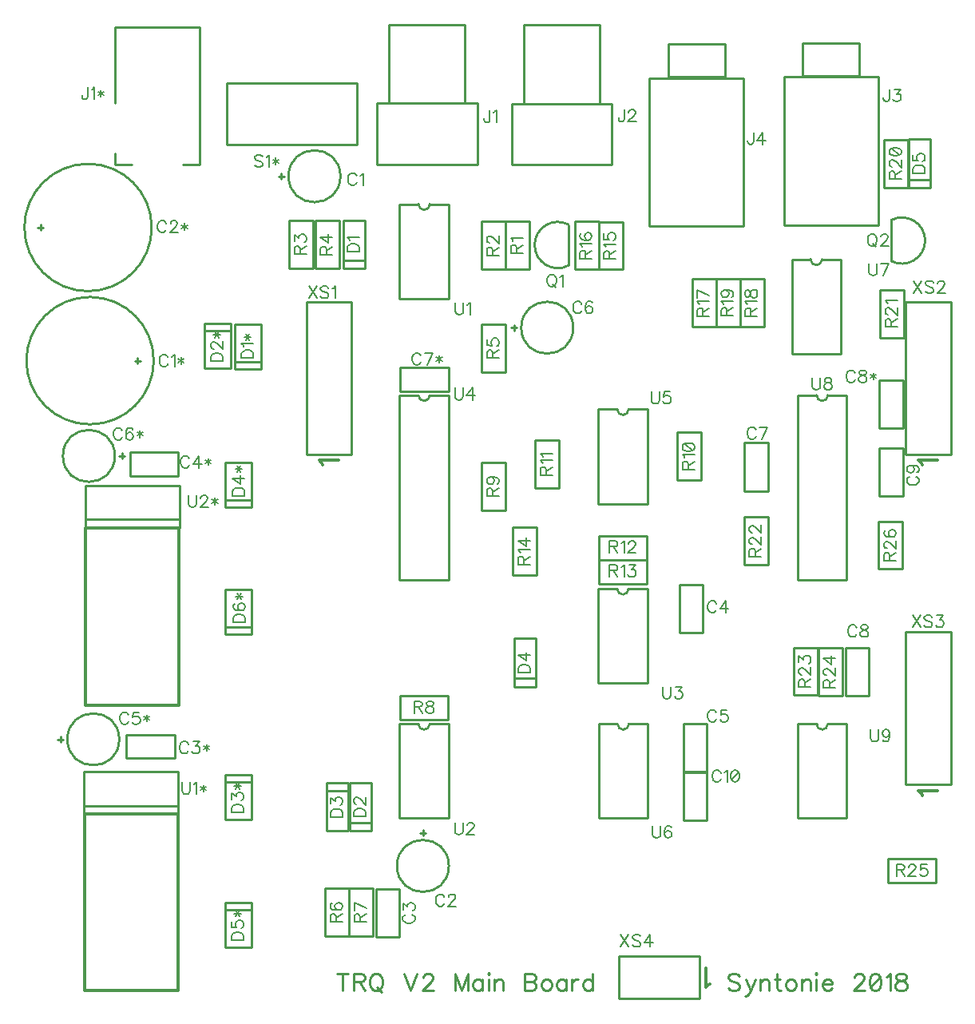
<source format=gbr>
G04 DipTrace 3.3.1.1*
G04 TopSilk.gbr*
%MOIN*%
G04 #@! TF.FileFunction,Legend,Top*
G04 #@! TF.Part,Single*
%ADD10C,0.009843*%
%ADD16C,0.01311*%
%ADD104C,0.00772*%
%ADD105C,0.010807*%
%ADD106C,0.012351*%
%FSLAX26Y26*%
G04*
G70*
G90*
G75*
G01*
G04 TopSilk*
%LPD*%
X1503551Y3893316D2*
D10*
G02X1503551Y3893316I108268J0D01*
G01*
X1474025Y3881515D2*
Y3905117D1*
X1462214Y3893316D2*
X1485835D1*
X1956273Y1015128D2*
G02X1956273Y1015128I108268J0D01*
G01*
X2052740Y1152923D2*
X2076342D1*
X2064541Y1164734D2*
Y1141112D1*
X1966552Y917932D2*
Y717144D1*
X1868127Y917932D2*
Y717144D1*
Y917932D2*
X1966552D1*
X1868127Y717144D2*
X1966552D1*
X3134319Y1989437D2*
Y2190224D1*
X3232744Y1989437D2*
Y2190224D1*
Y1989437D2*
X3134319D1*
X3232744Y2190224D2*
X3134319D1*
X3150795Y1407887D2*
Y1608675D1*
X3249220Y1407887D2*
Y1608675D1*
Y1407887D2*
X3150795D1*
X3249220Y1608675D2*
X3150795D1*
X2474938Y3261294D2*
G02X2474938Y3261294I108268J0D01*
G01*
X2445412Y3249493D2*
Y3273095D1*
X2433601Y3261294D2*
X2457222D1*
X3406248Y2580129D2*
Y2780916D1*
X3504673Y2580129D2*
Y2780916D1*
Y2580129D2*
X3406248D1*
X3504673Y2780916D2*
X3406248D1*
X3828269Y1724979D2*
Y1925766D1*
X3926694Y1724979D2*
Y1925766D1*
Y1724979D2*
X3828269D1*
X3926694Y1925766D2*
X3828269D1*
X4067549Y2759545D2*
Y2558757D1*
X3969123Y2759545D2*
Y2558757D1*
Y2759545D2*
X4067549D1*
X3969123Y2558757D2*
X4067549D1*
X3249272Y1405655D2*
Y1204867D1*
X3150846Y1405655D2*
Y1204867D1*
Y1405655D2*
X3249272D1*
X3150846Y1204867D2*
X3249272D1*
X409245Y3123613D2*
G02X409245Y3123613I265748J0D01*
G01*
X873401Y3135412D2*
Y3111814D1*
X885200Y3123613D2*
X861602D1*
X1970352Y3094000D2*
X2171139D1*
X1970352Y2995575D2*
X2171139D1*
X1970352D2*
Y3094000D1*
X2171139Y2995575D2*
Y3094000D1*
X400911Y3679467D2*
G02X400911Y3679467I265748J0D01*
G01*
X468251Y3667668D2*
Y3691266D1*
X456452Y3679467D2*
X480051D1*
X826930Y1562906D2*
X1027718D1*
X826930Y1464480D2*
X1027718D1*
X826930D2*
Y1562906D1*
X1027718Y1464480D2*
Y1562906D1*
X840749Y2741480D2*
X1041537D1*
X840749Y2643055D2*
X1041537D1*
X840749D2*
Y2741480D1*
X1041537Y2643055D2*
Y2741480D1*
X580400Y1543542D2*
G02X580400Y1543542I108268J0D01*
G01*
X550874Y1531741D2*
Y1555343D1*
X539063Y1543542D2*
X562684D1*
X561681Y2726274D2*
G02X561681Y2726274I108268J0D01*
G01*
X807744Y2738075D2*
Y2714473D1*
X819555Y2726274D2*
X795934D1*
X4068450Y3041520D2*
Y2840732D1*
X3970025Y3041520D2*
Y2840732D1*
Y3041520D2*
X4068450D1*
X3970025Y2840732D2*
X4068450D1*
X1821450Y3507598D2*
X1730899D1*
Y3708543D1*
X1821450Y3540983D2*
X1730899D1*
X1821450Y3708543D2*
X1730899D1*
X1821450Y3507598D2*
Y3708543D1*
X1848613Y1162030D2*
X1758062D1*
Y1362975D1*
X1848613Y1195414D2*
X1758062D1*
X1848613Y1362975D2*
X1758062D1*
X1848613Y1162030D2*
Y1362975D1*
X1661711Y1361888D2*
X1752262D1*
Y1160944D1*
X1661711Y1328504D2*
X1752262D1*
X1661711Y1160944D2*
X1752262D1*
X1661711Y1361888D2*
Y1160944D1*
X2535408Y1763744D2*
X2444857D1*
Y1964689D1*
X2535408Y1797128D2*
X2444857D1*
X2535408Y1964689D2*
X2444857D1*
X2535408Y1763744D2*
Y1964689D1*
X4183129Y3846836D2*
X4092577D1*
Y4047781D1*
X4183129Y3880220D2*
X4092577D1*
X4183129Y4047781D2*
X4092577D1*
X4183129Y3846836D2*
Y4047781D1*
X1390379Y3089435D2*
X1280143D1*
Y3091459D2*
Y3276620D1*
X1390379Y3119283D2*
X1280143D1*
X1390379Y3276620D2*
X1280143D1*
X1390379Y3091459D2*
Y3276620D1*
X1152133Y3277623D2*
X1262369D1*
Y3275599D2*
Y3090438D1*
X1152133Y3247774D2*
X1262369D1*
X1152133Y3090438D2*
X1262369D1*
X1152133Y3275599D2*
Y3090438D1*
X1238659Y1394604D2*
X1348895D1*
Y1392581D2*
Y1207419D1*
X1238659Y1364756D2*
X1348895D1*
X1238659Y1207419D2*
X1348895D1*
X1238659Y1392581D2*
Y1207419D1*
X1348895Y2513012D2*
X1238659D1*
Y2515036D2*
Y2700198D1*
X1348895Y2542861D2*
X1238659D1*
X1348895Y2700198D2*
X1238659D1*
X1348895Y2515036D2*
Y2700198D1*
X1238659Y861455D2*
X1348895D1*
Y859390D2*
Y674267D1*
X1238659Y831589D2*
X1348895D1*
X1238659Y674267D2*
X1348895D1*
X1238659Y859390D2*
Y674267D1*
X1348895Y1981712D2*
X1238659D1*
Y1983777D2*
Y2168900D1*
X1348895Y2011577D2*
X1238659D1*
X1348895Y2168900D2*
X1238659D1*
X1348895Y1983777D2*
Y2168900D1*
X1873785Y4197181D2*
X2291145D1*
Y3941296D1*
X1873785D1*
Y4197181D1*
X1923793Y4524286D2*
X2238740D1*
Y4197491D1*
X1923793D1*
Y4524286D1*
X2436072Y4196727D2*
X2853432D1*
Y3940842D1*
X2436072D1*
Y4196727D1*
X2486080Y4523832D2*
X2801027D1*
Y4197037D1*
X2486080D1*
Y4523832D1*
X3571266Y4307502D2*
X3964944D1*
Y3689339D1*
X3571266D1*
Y4307502D1*
X3650062Y4449943D2*
X3886299D1*
Y4312161D1*
X3650062D1*
Y4449943D1*
X3009094Y4303163D2*
X3402772D1*
Y3684999D1*
X3009094D1*
Y4303163D1*
X3087890Y4445603D2*
X3324127D1*
Y4307821D1*
X3087890D1*
Y4445603D1*
X850549Y3943596D2*
X779685D1*
X1134001Y4514423D2*
Y3943532D1*
X1063138D1*
X779685D2*
Y3988815D1*
Y4197502D2*
Y4514423D1*
X1134001D1*
X2672581Y3691509D2*
G03X2672581Y3521149I-45279J-85180D01*
G01*
Y3523715D2*
Y3688943D1*
X4018980Y3539703D2*
G03X4018980Y3710063I45279J85180D01*
G01*
Y3707497D2*
Y3542269D1*
X2408951Y3504165D2*
Y3703821D1*
X2508951D2*
X2408951D1*
X2508951Y3504165D2*
Y3703821D1*
Y3504165D2*
X2408951D1*
X2409226Y3704468D2*
Y3504812D1*
X2309226D2*
X2409226D1*
X2309226Y3704468D2*
Y3504812D1*
Y3704468D2*
X2409226D1*
X1506089Y3509877D2*
Y3709533D1*
X1606089D2*
X1506089D1*
X1606089Y3509877D2*
Y3709533D1*
Y3509877D2*
X1506089D1*
X1615071Y3508924D2*
Y3708580D1*
X1715071D2*
X1615071D1*
X1715071Y3508924D2*
Y3708580D1*
Y3508924D2*
X1615071D1*
X2310329Y3076515D2*
Y3276171D1*
X2410329D2*
X2310329D1*
X2410329Y3076515D2*
Y3276171D1*
Y3076515D2*
X2310329D1*
X1755877Y921499D2*
Y721843D1*
X1655877D2*
X1755877D1*
X1655877Y921499D2*
Y721843D1*
Y921499D2*
X1755877D1*
X1856163Y921744D2*
Y722088D1*
X1756163D2*
X1856163D1*
X1756163Y921744D2*
Y722088D1*
Y921744D2*
X1856163D1*
X1968903Y1724420D2*
X2168559D1*
Y1624420D2*
Y1724420D1*
X1968903Y1624420D2*
X2168559D1*
X1968903D2*
Y1724420D1*
X2309719Y2499003D2*
Y2698659D1*
X2409719D2*
X2309719D1*
X2409719Y2499003D2*
Y2698659D1*
Y2499003D2*
X2309719D1*
X3125776Y2625238D2*
Y2824894D1*
X3225776D2*
X3125776D1*
X3225776Y2625238D2*
Y2824894D1*
Y2625238D2*
X3125776D1*
X2532984Y2591001D2*
Y2790657D1*
X2632984D2*
X2532984D1*
X2632984Y2591001D2*
Y2790657D1*
Y2591001D2*
X2532984D1*
X2998598Y2293336D2*
X2798942D1*
Y2393336D2*
Y2293336D1*
X2998598Y2393336D2*
X2798942D1*
X2998598D2*
Y2293336D1*
X2798959Y2293088D2*
X2998615D1*
Y2193088D2*
Y2293088D1*
X2798959Y2193088D2*
X2998615D1*
X2798959D2*
Y2293088D1*
X2439392Y2229524D2*
Y2429180D1*
X2539392D2*
X2439392D1*
X2539392Y2229524D2*
Y2429180D1*
Y2229524D2*
X2439392D1*
X2897461Y3703614D2*
Y3503958D1*
X2797461D2*
X2897461D1*
X2797461Y3703614D2*
Y3503958D1*
Y3703614D2*
X2897461D1*
X2697556Y3504129D2*
Y3703785D1*
X2797556D2*
X2697556D1*
X2797556Y3504129D2*
Y3703785D1*
Y3504129D2*
X2697556D1*
X3287896Y3464589D2*
Y3264933D1*
X3187896D2*
X3287896D1*
X3187896Y3464589D2*
Y3264933D1*
Y3464589D2*
X3287896D1*
X3487804Y3464537D2*
Y3264881D1*
X3387804D2*
X3487804D1*
X3387804Y3464537D2*
Y3264881D1*
Y3464537D2*
X3487804D1*
X3388028Y3464413D2*
Y3264757D1*
X3288028D2*
X3388028D1*
X3288028Y3464413D2*
Y3264757D1*
Y3464413D2*
X3388028D1*
X3989471Y3847025D2*
Y4046681D1*
X4089471D2*
X3989471D1*
X4089471Y3847025D2*
Y4046681D1*
Y3847025D2*
X3989471D1*
X3972749Y3219110D2*
Y3418766D1*
X4072749D2*
X3972749D1*
X4072749Y3219110D2*
Y3418766D1*
Y3219110D2*
X3972749D1*
X3505169Y2471571D2*
Y2271915D1*
X3405169D2*
X3505169D1*
X3405169Y2471571D2*
Y2271915D1*
Y2471571D2*
X3505169D1*
X3711835Y1927067D2*
Y1727411D1*
X3611835D2*
X3711835D1*
X3611835Y1927067D2*
Y1727411D1*
Y1927067D2*
X3711835D1*
X3814990Y1925907D2*
Y1726251D1*
X3714990D2*
X3814990D1*
X3714990Y1925907D2*
Y1726251D1*
Y1925907D2*
X3814990D1*
X4006736Y1043770D2*
X4206392D1*
Y943770D2*
Y1043770D1*
X4006736Y943770D2*
X4206392D1*
X4006736D2*
Y1043770D1*
X4067151Y2453726D2*
Y2254070D1*
X3967151D2*
X4067151D1*
X3967151Y2453726D2*
Y2254070D1*
Y2453726D2*
X4067151D1*
X1789866Y4280496D2*
X1246557D1*
Y4024591D1*
X1789866D1*
Y4280496D1*
X2171931Y3776904D2*
Y3383203D1*
X1967203D2*
X2171931D1*
X1967203Y3776904D2*
Y3383203D1*
Y3776904D2*
X2045925D1*
X2171931D2*
X2093209D1*
X2045925D2*
G03X2093209Y3776904I23642J20D01*
G01*
X2171612Y1607787D2*
Y1214087D1*
X1966884D2*
X2171612D1*
X1966884Y1607787D2*
Y1214087D1*
Y1607787D2*
X2045606D1*
X2171612D2*
X2092890D1*
X2045606D2*
G03X2092890Y1607787I23642J20D01*
G01*
X3001512Y2171790D2*
Y1778089D1*
X2796784D2*
X3001512D1*
X2796784Y2171790D2*
Y1778089D1*
Y2171790D2*
X2875506D1*
X3001512D2*
X2922790D1*
X2875506D2*
G03X2922790Y2171790I23642J20D01*
G01*
X2171590Y2979424D2*
Y2207770D1*
X1966862D2*
X2171590D1*
X1966862Y2979424D2*
Y2207770D1*
Y2979424D2*
X2045584D1*
X2171590D2*
X2092868D1*
X2045584D2*
G03X2092868Y2979424I23642J30D01*
G01*
X3001772Y2920751D2*
Y2527050D1*
X2797044D2*
X3001772D1*
X2797044Y2920751D2*
Y2527050D1*
Y2920751D2*
X2875766D1*
X3001772D2*
X2923050D1*
X2875766D2*
G03X2923050Y2920751I23642J20D01*
G01*
X3002784Y1607895D2*
Y1214194D1*
X2798056D2*
X3002784D1*
X2798056Y1607895D2*
Y1214194D1*
Y1607895D2*
X2876778D1*
X3002784D2*
X2924062D1*
X2876778D2*
G03X2924062Y1607895I23642J20D01*
G01*
X3809172Y3546323D2*
Y3152622D1*
X3604444D2*
X3809172D1*
X3604444Y3546323D2*
Y3152622D1*
Y3546323D2*
X3683166D1*
X3809172D2*
X3730451D1*
X3683166D2*
G03X3730451Y3546323I23642J20D01*
G01*
X3833439Y2979493D2*
Y2207840D1*
X3628711D2*
X3833439D1*
X3628711Y2979493D2*
Y2207840D1*
Y2979493D2*
X3707433D1*
X3833439D2*
X3754717D1*
X3707433D2*
G03X3754717Y2979493I23642J30D01*
G01*
X3833439Y1607869D2*
Y1214168D1*
X3628711D2*
X3833439D1*
X3628711Y1607869D2*
Y1214168D1*
Y1607869D2*
X3707433D1*
X3833439D2*
X3754717D1*
X3707433D2*
G03X3754717Y1607869I23642J20D01*
G01*
X1043278Y1230777D2*
X649577D1*
Y1407942D1*
X1043278D1*
Y1230777D1*
Y1266210D2*
X649577D1*
X1048996Y2425598D2*
X655295D1*
Y2602764D1*
X1048996D1*
Y2425598D1*
Y2461031D2*
X655295D1*
X1579439Y2732419D2*
X1766939D1*
Y3369938D1*
X1579439D1*
Y2732419D1*
X4080557D2*
X4268057D1*
Y3369938D1*
X4080557D1*
Y2732419D1*
X4080582Y1354159D2*
X4268082D1*
Y1991678D1*
X4080582D1*
Y1354159D1*
X3219663Y462180D2*
X2882150D1*
Y637180D1*
X3219663D1*
Y462180D1*
X651012Y1232710D2*
D16*
X1041694D1*
Y494534D1*
X651012D1*
Y1232710D1*
X656588Y2423891D2*
X1047270D1*
Y1685715D1*
X656588D1*
Y2423891D1*
X1787505Y3894249D2*
D104*
X1785128Y3899002D1*
X1780320Y3903810D1*
X1775566Y3906187D1*
X1766005D1*
X1761196Y3903810D1*
X1756443Y3899002D1*
X1754011Y3894249D1*
X1751635Y3887064D1*
Y3875070D1*
X1754011Y3867940D1*
X1756443Y3863132D1*
X1761196Y3858379D1*
X1766005Y3855947D1*
X1775566D1*
X1780320Y3858379D1*
X1785128Y3863132D1*
X1787505Y3867940D1*
X1802944Y3896570D2*
X1807752Y3899002D1*
X1814937Y3906132D1*
Y3855947D1*
X2153761Y885097D2*
X2151385Y889850D1*
X2146576Y894659D1*
X2141823Y897035D1*
X2132261D1*
X2127453Y894659D1*
X2122700Y889850D1*
X2120268Y885097D1*
X2117891Y877912D1*
Y865919D1*
X2120268Y858789D1*
X2122700Y853980D1*
X2127453Y849227D1*
X2132261Y846795D1*
X2141823D1*
X2146576Y849227D1*
X2151385Y853980D1*
X2153761Y858789D1*
X2171632Y885042D2*
Y887419D1*
X2174009Y892227D1*
X2176386Y894604D1*
X2181194Y896980D1*
X2190756D1*
X2195509Y894604D1*
X2197885Y892227D1*
X2200317Y887419D1*
Y882665D1*
X2197885Y877857D1*
X2193132Y870727D1*
X2169201Y846795D1*
X2202694D1*
X1992643Y812630D2*
X1987890Y810254D1*
X1983081Y805445D1*
X1980705Y800692D1*
Y791130D1*
X1983081Y786322D1*
X1987890Y781569D1*
X1992643Y779137D1*
X1999828Y776760D1*
X2011821D1*
X2018951Y779137D1*
X2023760Y781569D1*
X2028513Y786322D1*
X2030945Y791130D1*
Y800692D1*
X2028513Y805445D1*
X2023760Y810254D1*
X2018951Y812630D1*
X1980760Y832878D2*
Y859131D1*
X1999883Y844816D1*
Y852001D1*
X2002260Y856754D1*
X2004637Y859131D1*
X2011822Y861563D1*
X2016575D1*
X2023760Y859131D1*
X2028568Y854378D1*
X2030945Y847193D1*
Y840008D1*
X2028568Y832878D1*
X2026136Y830501D1*
X2021383Y828069D1*
X3289391Y2109648D2*
X3287014Y2114402D1*
X3282206Y2119210D1*
X3277452Y2121587D1*
X3267891D1*
X3263082Y2119210D1*
X3258329Y2114402D1*
X3255897Y2109648D1*
X3253521Y2102463D1*
Y2090470D1*
X3255897Y2083340D1*
X3258329Y2078532D1*
X3263082Y2073778D1*
X3267891Y2071347D1*
X3277452D1*
X3282206Y2073778D1*
X3287014Y2078532D1*
X3289391Y2083340D1*
X3328762Y2071347D2*
Y2121531D1*
X3304830Y2088093D1*
X3340700D1*
X3289608Y1654305D2*
X3287231Y1659058D1*
X3282423Y1663866D1*
X3277670Y1666243D1*
X3268108D1*
X3263299Y1663866D1*
X3258546Y1659058D1*
X3256114Y1654305D1*
X3253738Y1647120D1*
Y1635126D1*
X3256114Y1627996D1*
X3258546Y1623188D1*
X3263299Y1618435D1*
X3268108Y1616003D1*
X3277670D1*
X3282423Y1618435D1*
X3287231Y1623188D1*
X3289608Y1627996D1*
X3333732Y1666187D2*
X3309855D1*
X3307479Y1644688D1*
X3309855Y1647064D1*
X3317041Y1649496D1*
X3324170D1*
X3331355Y1647064D1*
X3336164Y1642311D1*
X3338540Y1635126D1*
Y1630373D1*
X3336164Y1623188D1*
X3331355Y1618379D1*
X3324170Y1616003D1*
X3317041D1*
X3309855Y1618379D1*
X3307479Y1620811D1*
X3305047Y1625564D1*
X2727090Y3359557D2*
X2724714Y3364310D1*
X2719905Y3369118D1*
X2715152Y3371495D1*
X2705590D1*
X2700782Y3369118D1*
X2696029Y3364310D1*
X2693597Y3359557D1*
X2691220Y3352371D1*
Y3340378D1*
X2693597Y3333248D1*
X2696029Y3328440D1*
X2700782Y3323687D1*
X2705590Y3321255D1*
X2715152D1*
X2719905Y3323687D1*
X2724714Y3328440D1*
X2727090Y3333248D1*
X2771214Y3364310D2*
X2768838Y3369063D1*
X2761653Y3371439D1*
X2756899D1*
X2749714Y3369063D1*
X2744906Y3361878D1*
X2742529Y3349940D1*
Y3338001D1*
X2744906Y3328440D1*
X2749714Y3323631D1*
X2756899Y3321255D1*
X2759276D1*
X2766406Y3323631D1*
X2771214Y3328440D1*
X2773591Y3335625D1*
Y3338001D1*
X2771214Y3345186D1*
X2766406Y3349940D1*
X2759276Y3352316D1*
X2756899D1*
X2749714Y3349940D1*
X2744906Y3345186D1*
X2742529Y3338001D1*
X3454432Y2834403D2*
X3452055Y2839156D1*
X3447247Y2843965D1*
X3442494Y2846341D1*
X3432932D1*
X3428124Y2843965D1*
X3423370Y2839156D1*
X3420939Y2834403D1*
X3418562Y2827218D1*
Y2815224D1*
X3420939Y2808095D1*
X3423370Y2803286D1*
X3428124Y2798533D1*
X3432932Y2796101D1*
X3442494D1*
X3447247Y2798533D1*
X3452055Y2803286D1*
X3454432Y2808095D1*
X3479433Y2796101D2*
X3503365Y2846286D1*
X3469871D1*
X3874950Y2008982D2*
X3872574Y2013735D1*
X3867765Y2018543D1*
X3863012Y2020920D1*
X3853451D1*
X3848642Y2018543D1*
X3843889Y2013735D1*
X3841457Y2008982D1*
X3839080Y2001797D1*
Y1989803D1*
X3841457Y1982673D1*
X3843889Y1977865D1*
X3848642Y1973112D1*
X3853451Y1970680D1*
X3863012D1*
X3867765Y1973112D1*
X3872574Y1977865D1*
X3874950Y1982673D1*
X3902328Y2020865D2*
X3895198Y2018488D1*
X3892766Y2013735D1*
Y2008926D1*
X3895198Y2004173D1*
X3899951Y2001741D1*
X3909513Y1999365D1*
X3916698Y1996988D1*
X3921451Y1992180D1*
X3923828Y1987427D1*
Y1980242D1*
X3921451Y1975488D1*
X3919075Y1973057D1*
X3911889Y1970680D1*
X3902328D1*
X3895198Y1973057D1*
X3892766Y1975488D1*
X3890390Y1980242D1*
Y1987427D1*
X3892766Y1992180D1*
X3897575Y1996988D1*
X3904704Y1999365D1*
X3914266Y2001741D1*
X3919075Y2004173D1*
X3921451Y2008926D1*
Y2013735D1*
X3919075Y2018488D1*
X3911889Y2020865D1*
X3902328D1*
X4096154Y2640162D2*
X4091400Y2637786D1*
X4086592Y2632977D1*
X4084215Y2628224D1*
Y2618662D1*
X4086592Y2613854D1*
X4091400Y2609101D1*
X4096153Y2606669D1*
X4103339Y2604292D1*
X4115332D1*
X4122462Y2606669D1*
X4127270Y2609101D1*
X4132023Y2613854D1*
X4134455Y2618662D1*
Y2628224D1*
X4132023Y2632977D1*
X4127270Y2637786D1*
X4122462Y2640162D1*
X4100962Y2686718D2*
X4108147Y2684286D1*
X4112955Y2679533D1*
X4115332Y2672348D1*
Y2669972D1*
X4112955Y2662787D1*
X4108147Y2658033D1*
X4100962Y2655602D1*
X4098585D1*
X4091400Y2658033D1*
X4086647Y2662787D1*
X4084271Y2669972D1*
Y2672348D1*
X4086647Y2679533D1*
X4091400Y2684286D1*
X4100962Y2686718D1*
X4112955D1*
X4124894Y2684286D1*
X4132079Y2679533D1*
X4134455Y2672348D1*
Y2667595D1*
X4132079Y2660410D1*
X4127270Y2658033D1*
X3307764Y1403520D2*
X3305388Y1408273D1*
X3300579Y1413081D1*
X3295826Y1415458D1*
X3286264D1*
X3281456Y1413081D1*
X3276703Y1408273D1*
X3274271Y1403520D1*
X3271894Y1396335D1*
Y1384341D1*
X3274271Y1377211D1*
X3276703Y1372403D1*
X3281456Y1367650D1*
X3286264Y1365218D1*
X3295826D1*
X3300579Y1367650D1*
X3305388Y1372403D1*
X3307764Y1377211D1*
X3323203Y1405841D2*
X3328012Y1408273D1*
X3335197Y1415403D1*
Y1365218D1*
X3365006Y1415403D2*
X3357821Y1413026D1*
X3353013Y1405841D1*
X3350636Y1393903D1*
Y1386718D1*
X3353013Y1374780D1*
X3357821Y1367595D1*
X3365006Y1365218D1*
X3369759D1*
X3376944Y1367595D1*
X3381698Y1374780D1*
X3384129Y1386718D1*
Y1393903D1*
X3381698Y1405841D1*
X3376944Y1413026D1*
X3369759Y1415403D1*
X3365006D1*
X3381698Y1405841D2*
X3353013Y1374780D1*
X1000145Y3137142D2*
X997768Y3141895D1*
X992960Y3146703D1*
X988206Y3149080D1*
X978645D1*
X973836Y3146703D1*
X969083Y3141895D1*
X966651Y3137142D1*
X964275Y3129957D1*
Y3117963D1*
X966651Y3110834D1*
X969083Y3106025D1*
X973836Y3101272D1*
X978645Y3098840D1*
X988206D1*
X992960Y3101272D1*
X997768Y3106025D1*
X1000145Y3110834D1*
X1015584Y3139463D2*
X1020392Y3141895D1*
X1027577Y3149025D1*
Y3098840D1*
X1055010Y3138275D2*
Y3109590D1*
X1043017Y3131145D2*
X1066948Y3116775D1*
Y3131145D2*
X1043017Y3116775D1*
X2055775Y3144000D2*
X2053399Y3148753D1*
X2048590Y3153562D1*
X2043837Y3155938D1*
X2034275D1*
X2029467Y3153562D1*
X2024714Y3148753D1*
X2022282Y3144000D1*
X2019905Y3136815D1*
Y3124822D1*
X2022282Y3117692D1*
X2024714Y3112883D1*
X2029467Y3108130D1*
X2034275Y3105698D1*
X2043837D1*
X2048590Y3108130D1*
X2053399Y3112883D1*
X2055775Y3117692D1*
X2080776Y3105698D2*
X2104708Y3155883D1*
X2071215D1*
X2132141Y3145133D2*
Y3116448D1*
X2120147Y3138003D2*
X2144079Y3123633D1*
Y3138003D2*
X2120147Y3123633D1*
X992922Y3696385D2*
X990546Y3701138D1*
X985737Y3705946D1*
X980984Y3708323D1*
X971422D1*
X966614Y3705946D1*
X961861Y3701138D1*
X959429Y3696385D1*
X957052Y3689200D1*
Y3677206D1*
X959429Y3670076D1*
X961861Y3665268D1*
X966614Y3660515D1*
X971422Y3658083D1*
X980984D1*
X985737Y3660515D1*
X990546Y3665268D1*
X992922Y3670076D1*
X1010793Y3696329D2*
Y3698706D1*
X1013170Y3703514D1*
X1015547Y3705891D1*
X1020355Y3708268D1*
X1029917D1*
X1034670Y3705891D1*
X1037046Y3703514D1*
X1039478Y3698706D1*
Y3693953D1*
X1037046Y3689144D1*
X1032293Y3682015D1*
X1008362Y3658083D1*
X1041855D1*
X1069288Y3697518D2*
Y3668833D1*
X1057294Y3690388D2*
X1081226Y3676018D1*
Y3690388D2*
X1057294Y3676018D1*
X1084708Y1522466D2*
X1082332Y1527219D1*
X1077523Y1532028D1*
X1072770Y1534404D1*
X1063209D1*
X1058400Y1532028D1*
X1053647Y1527219D1*
X1051215Y1522466D1*
X1048838Y1515281D1*
Y1503287D1*
X1051215Y1496158D1*
X1053647Y1491349D1*
X1058400Y1486596D1*
X1063209Y1484164D1*
X1072770D1*
X1077523Y1486596D1*
X1082332Y1491349D1*
X1084708Y1496158D1*
X1104956Y1534349D2*
X1131209D1*
X1116894Y1515226D1*
X1124079D1*
X1128833Y1512849D1*
X1131209Y1510472D1*
X1133641Y1503287D1*
Y1498534D1*
X1131209Y1491349D1*
X1126456Y1486541D1*
X1119271Y1484164D1*
X1112086D1*
X1104956Y1486541D1*
X1102579Y1488973D1*
X1100148Y1493726D1*
X1161074Y1523599D2*
Y1494914D1*
X1149080Y1516469D2*
X1173012Y1502099D1*
Y1516469D2*
X1149080Y1502099D1*
X1089554Y2714857D2*
X1087178Y2719610D1*
X1082369Y2724419D1*
X1077616Y2726795D1*
X1068054D1*
X1063246Y2724419D1*
X1058493Y2719610D1*
X1056061Y2714857D1*
X1053684Y2707672D1*
Y2695679D1*
X1056061Y2688549D1*
X1058493Y2683740D1*
X1063246Y2678987D1*
X1068054Y2676555D1*
X1077616D1*
X1082369Y2678987D1*
X1087178Y2683740D1*
X1089554Y2688549D1*
X1128925Y2676555D2*
Y2726740D1*
X1104993Y2693302D1*
X1140863D1*
X1168296Y2715990D2*
Y2687305D1*
X1156303Y2708860D2*
X1180234Y2694490D1*
Y2708860D2*
X1156303Y2694490D1*
X835556Y1644865D2*
X833180Y1649618D1*
X828371Y1654427D1*
X823618Y1656803D1*
X814056D1*
X809248Y1654427D1*
X804495Y1649618D1*
X802063Y1644865D1*
X799686Y1637680D1*
Y1625686D1*
X802063Y1618557D1*
X804495Y1613748D1*
X809248Y1608995D1*
X814056Y1606563D1*
X823618D1*
X828371Y1608995D1*
X833180Y1613748D1*
X835556Y1618557D1*
X879680Y1656748D2*
X855804D1*
X853427Y1635248D1*
X855804Y1637625D1*
X862989Y1640056D1*
X870119D1*
X877304Y1637625D1*
X882112Y1632871D1*
X884489Y1625686D1*
Y1620933D1*
X882112Y1613748D1*
X877304Y1608940D1*
X870119Y1606563D1*
X862989D1*
X855804Y1608940D1*
X853427Y1611372D1*
X850995Y1616125D1*
X911921Y1645998D2*
Y1617313D1*
X899928Y1638868D2*
X923860Y1624498D1*
Y1638868D2*
X899928Y1624498D1*
X809487Y2831074D2*
X807111Y2835827D1*
X802302Y2840635D1*
X797549Y2843012D1*
X787987D1*
X783179Y2840635D1*
X778426Y2835827D1*
X775994Y2831074D1*
X773617Y2823889D1*
Y2811895D1*
X775994Y2804765D1*
X778426Y2799957D1*
X783179Y2795204D1*
X787987Y2792772D1*
X797549D1*
X802302Y2795204D1*
X807111Y2799957D1*
X809487Y2804765D1*
X853611Y2835827D2*
X851235Y2840580D1*
X844050Y2842957D1*
X839297D1*
X832112Y2840580D1*
X827303Y2833395D1*
X824927Y2821457D1*
Y2809518D1*
X827303Y2799957D1*
X832112Y2795148D1*
X839297Y2792772D1*
X841673D1*
X848803Y2795148D1*
X853611Y2799957D1*
X855988Y2807142D1*
Y2809518D1*
X853611Y2816703D1*
X848803Y2821457D1*
X841673Y2823833D1*
X839297D1*
X832112Y2821457D1*
X827303Y2816703D1*
X824927Y2809518D1*
X883421Y2832207D2*
Y2803522D1*
X871427Y2825077D2*
X895359Y2810707D1*
Y2825077D2*
X871427Y2810707D1*
X3868122Y3071347D2*
X3865745Y3076100D1*
X3860937Y3080908D1*
X3856184Y3083285D1*
X3846622D1*
X3841814Y3080908D1*
X3837060Y3076100D1*
X3834629Y3071347D1*
X3832252Y3064161D1*
Y3052168D1*
X3834629Y3045038D1*
X3837060Y3040230D1*
X3841814Y3035477D1*
X3846622Y3033045D1*
X3856184D1*
X3860937Y3035477D1*
X3865745Y3040230D1*
X3868122Y3045038D1*
X3895499Y3083229D2*
X3888370Y3080853D1*
X3885938Y3076100D1*
Y3071291D1*
X3888370Y3066538D1*
X3893123Y3064106D1*
X3902684Y3061730D1*
X3909869Y3059353D1*
X3914623Y3054545D1*
X3916999Y3049791D1*
Y3042606D1*
X3914623Y3037853D1*
X3912246Y3035421D1*
X3905061Y3033045D1*
X3895499D1*
X3888370Y3035421D1*
X3885938Y3037853D1*
X3883561Y3042606D1*
Y3049791D1*
X3885938Y3054545D1*
X3890746Y3059353D1*
X3897876Y3061730D1*
X3907438Y3064106D1*
X3912246Y3066538D1*
X3914623Y3071291D1*
Y3076100D1*
X3912246Y3080853D1*
X3905061Y3083229D1*
X3895499D1*
X3944432Y3072480D2*
Y3043795D1*
X3932438Y3065350D2*
X3956370Y3050980D1*
Y3065350D2*
X3932438Y3050980D1*
X1748042Y3577608D2*
X1798282D1*
Y3594355D1*
X1795851Y3601540D1*
X1791097Y3606348D1*
X1786289Y3608725D1*
X1779159Y3611101D1*
X1767166D1*
X1759981Y3608725D1*
X1755227Y3606348D1*
X1750419Y3601540D1*
X1748042Y3594355D1*
Y3577608D1*
X1757659Y3626540D2*
X1755227Y3631349D1*
X1748098Y3638534D1*
X1798282D1*
X1775205Y1221290D2*
X1825445D1*
Y1238036D1*
X1823013Y1245221D1*
X1818260Y1250030D1*
X1813452Y1252406D1*
X1806322Y1254783D1*
X1794328D1*
X1787143Y1252407D1*
X1782390Y1250030D1*
X1777582Y1245221D1*
X1775205Y1238036D1*
Y1221290D1*
X1787199Y1272654D2*
X1784822D1*
X1780014Y1275031D1*
X1777637Y1277407D1*
X1775260Y1282216D1*
Y1291777D1*
X1777637Y1296531D1*
X1780014Y1298907D1*
X1784822Y1301339D1*
X1789575D1*
X1794384Y1298907D1*
X1801513Y1294154D1*
X1825445Y1270222D1*
Y1303716D1*
X1678855Y1220203D2*
X1729095D1*
Y1236950D1*
X1726663Y1244135D1*
X1721910Y1248943D1*
X1717101Y1251320D1*
X1709971Y1253696D1*
X1697978D1*
X1690793Y1251320D1*
X1686040Y1248943D1*
X1681231Y1244135D1*
X1678855Y1236950D1*
Y1220203D1*
X1678910Y1273944D2*
Y1300197D1*
X1698033Y1285882D1*
Y1293067D1*
X1700410Y1297821D1*
X1702786Y1300197D1*
X1709971Y1302629D1*
X1714725D1*
X1721910Y1300197D1*
X1726718Y1295444D1*
X1729095Y1288259D1*
Y1281074D1*
X1726718Y1273944D1*
X1724286Y1271568D1*
X1719533Y1269136D1*
X2462000Y1821815D2*
X2512240D1*
Y1838562D1*
X2509809Y1845747D1*
X2505055Y1850555D1*
X2500247Y1852932D1*
X2493117Y1855309D1*
X2481124D1*
X2473939Y1852932D1*
X2469185Y1850556D1*
X2464377Y1845747D1*
X2462000Y1838562D1*
Y1821815D1*
X2512240Y1894680D2*
X2462056D1*
X2495494Y1870748D1*
Y1906618D1*
X4109721Y3906096D2*
X4159961D1*
Y3922842D1*
X4157529Y3930027D1*
X4152776Y3934836D1*
X4147967Y3937212D1*
X4140838Y3939589D1*
X4128844D1*
X4121659Y3937212D1*
X4116906Y3934836D1*
X4112097Y3930027D1*
X4109721Y3922842D1*
Y3906096D1*
X4109776Y3983713D2*
Y3959837D1*
X4131276Y3957460D1*
X4128899Y3959837D1*
X4126468Y3967022D1*
Y3974151D1*
X4128899Y3981336D1*
X4133653Y3986145D1*
X4140838Y3988521D1*
X4145591D1*
X4152776Y3986145D1*
X4157584Y3981336D1*
X4159961Y3974151D1*
Y3967022D1*
X4157584Y3959836D1*
X4155152Y3957460D1*
X4150399Y3955028D1*
X1307129Y3133891D2*
X1357369D1*
Y3150638D1*
X1354937Y3157823D1*
X1350184Y3162631D1*
X1345376Y3165008D1*
X1338246Y3167384D1*
X1326252D1*
X1319067Y3165008D1*
X1314314Y3162631D1*
X1309506Y3157823D1*
X1307129Y3150638D1*
Y3133891D1*
X1316746Y3182824D2*
X1314314Y3187632D1*
X1307184Y3194817D1*
X1357369D1*
X1317934Y3222250D2*
X1346619D1*
X1325064Y3210256D2*
X1339434Y3234188D1*
X1325064D2*
X1339434Y3210256D1*
X1179118Y3122120D2*
X1229358D1*
X1229359Y3138867D1*
X1226927Y3146052D1*
X1222173Y3150860D1*
X1217365Y3153237D1*
X1210235Y3155613D1*
X1198242D1*
X1191057Y3153237D1*
X1186304Y3150860D1*
X1181495Y3146052D1*
X1179118Y3138867D1*
Y3122120D1*
X1191112Y3173484D2*
X1188735D1*
X1183927Y3175861D1*
X1181550Y3178238D1*
X1179174Y3183046D1*
Y3192608D1*
X1181550Y3197361D1*
X1183927Y3199737D1*
X1188735Y3202169D1*
X1193489D1*
X1198297Y3199737D1*
X1205427Y3194984D1*
X1229359Y3171053D1*
X1229358Y3204546D1*
X1189924Y3231979D2*
X1218609D1*
X1197053Y3219985D2*
X1211424Y3243917D1*
X1197053D2*
X1211424Y3219985D1*
X1265645Y1239102D2*
X1315885D1*
Y1255848D1*
X1313453Y1263033D1*
X1308700Y1267842D1*
X1303891Y1270218D1*
X1296762Y1272595D1*
X1284768D1*
X1277583Y1270218D1*
X1272830Y1267842D1*
X1268021Y1263033D1*
X1265645Y1255848D1*
Y1239102D1*
X1265700Y1292843D2*
Y1319096D1*
X1284823Y1304781D1*
Y1311966D1*
X1287200Y1316719D1*
X1289576Y1319096D1*
X1296762Y1321528D1*
X1301515D1*
X1308700Y1319096D1*
X1313508Y1314342D1*
X1315885Y1307157D1*
Y1299972D1*
X1313508Y1292843D1*
X1311076Y1290466D1*
X1306323Y1288034D1*
X1276450Y1348960D2*
X1305135D1*
X1283580Y1336967D2*
X1297950Y1360898D1*
X1283580D2*
X1297950Y1336967D1*
X1270079Y2559900D2*
X1320319D1*
Y2576647D1*
X1317887Y2583832D1*
X1313134Y2588640D1*
X1308326Y2591017D1*
X1301196Y2593394D1*
X1289202D1*
X1282017Y2591017D1*
X1277264Y2588640D1*
X1272456Y2583832D1*
X1270079Y2576647D1*
Y2559900D1*
X1320319Y2632764D2*
X1270134D1*
X1303572Y2608833D1*
Y2644703D1*
X1280884Y2672135D2*
X1309569D1*
X1288014Y2660142D2*
X1302384Y2684074D1*
X1288014D2*
X1302384Y2660142D1*
X1265645Y705930D2*
X1315885D1*
Y722676D1*
X1313453Y729861D1*
X1308700Y734670D1*
X1303891Y737046D1*
X1296762Y739423D1*
X1284768D1*
X1277583Y737046D1*
X1272830Y734670D1*
X1268021Y729861D1*
X1265645Y722676D1*
Y705930D1*
X1265700Y783547D2*
Y759671D1*
X1287200Y757294D1*
X1284823Y759671D1*
X1282391Y766856D1*
Y773986D1*
X1284823Y781171D1*
X1289576Y785979D1*
X1296762Y788356D1*
X1301515D1*
X1308700Y785979D1*
X1313508Y781171D1*
X1315885Y773985D1*
Y766856D1*
X1313508Y759671D1*
X1311076Y757294D1*
X1306323Y754862D1*
X1276450Y815788D2*
X1305135D1*
X1283580Y803795D2*
X1297950Y827727D1*
X1283580D2*
X1297950Y803795D1*
X1271807Y2032062D2*
X1322047D1*
X1322048Y2048808D1*
X1319616Y2055993D1*
X1314862Y2060802D1*
X1310054Y2063178D1*
X1302924Y2065555D1*
X1290931D1*
X1283746Y2063178D1*
X1278993Y2060802D1*
X1274184Y2055993D1*
X1271807Y2048808D1*
Y2032062D1*
X1278993Y2109679D2*
X1274239Y2107303D1*
X1271863Y2100117D1*
Y2095364D1*
X1274239Y2088179D1*
X1281424Y2083371D1*
X1293363Y2080994D1*
X1305301D1*
X1314862Y2083371D1*
X1319671Y2088179D1*
X1322047Y2095364D1*
Y2097741D1*
X1319671Y2104871D1*
X1314862Y2109679D1*
X1307677Y2112056D1*
X1305301D1*
X1298116Y2109679D1*
X1293363Y2104871D1*
X1290986Y2097741D1*
Y2095364D1*
X1293363Y2088179D1*
X1298116Y2083371D1*
X1305301Y2080994D1*
X1282613Y2139488D2*
X1311298D1*
X1289742Y2127495D2*
X1304113Y2151427D1*
X1289742D2*
X1304113Y2127495D1*
X2343788Y4168206D2*
Y4129959D1*
X2341411Y4122774D1*
X2338979Y4120398D1*
X2334226Y4117966D1*
X2329417D1*
X2324664Y4120398D1*
X2322288Y4122774D1*
X2319856Y4129959D1*
Y4134713D1*
X2359227Y4158589D2*
X2364035Y4161021D1*
X2371220Y4168151D1*
Y4117966D1*
X2905232Y4171054D2*
Y4132807D1*
X2902855Y4125622D1*
X2900423Y4123246D1*
X2895670Y4120814D1*
X2890862D1*
X2886109Y4123246D1*
X2883732Y4125622D1*
X2881300Y4132807D1*
Y4137560D1*
X2923103Y4159060D2*
Y4161437D1*
X2925480Y4166245D1*
X2927856Y4168622D1*
X2932665Y4170999D1*
X2942226D1*
X2946979Y4168622D1*
X2949356Y4166245D1*
X2951788Y4161437D1*
Y4156684D1*
X2949356Y4151875D1*
X2944603Y4144745D1*
X2920671Y4120814D1*
X2954164D1*
X4010956Y4255677D2*
Y4217430D1*
X4008580Y4210245D1*
X4006148Y4207869D1*
X4001395Y4205437D1*
X3996586D1*
X3991833Y4207869D1*
X3989456Y4210245D1*
X3987025Y4217430D1*
Y4222183D1*
X4031204Y4255622D2*
X4057457D1*
X4043142Y4236498D1*
X4050327D1*
X4055080Y4234122D1*
X4057457Y4231745D1*
X4059889Y4224560D1*
Y4219807D1*
X4057457Y4212622D1*
X4052704Y4207813D1*
X4045519Y4205437D1*
X4038334D1*
X4031204Y4207813D1*
X4028827Y4210245D1*
X4026396Y4214998D1*
X3444294Y4076313D2*
Y4038067D1*
X3441918Y4030882D1*
X3439486Y4028505D1*
X3434733Y4026073D1*
X3429924D1*
X3425171Y4028505D1*
X3422794Y4030882D1*
X3420362Y4038067D1*
Y4042820D1*
X3483665Y4026073D2*
Y4076258D1*
X3459733Y4042820D1*
X3495603D1*
X665281Y4264017D2*
Y4225771D1*
X662904Y4218585D1*
X660472Y4216209D1*
X655719Y4213777D1*
X650910D1*
X646157Y4216209D1*
X643781Y4218585D1*
X641349Y4225771D1*
Y4230524D1*
X680720Y4254400D2*
X685528Y4256832D1*
X692713Y4263962D1*
Y4213777D1*
X720146Y4253212D2*
Y4224527D1*
X708153Y4246082D2*
X732084Y4231712D1*
Y4246082D2*
X708153Y4231712D1*
X2597508Y3483184D2*
X2592755Y3480863D1*
X2587946Y3476055D1*
X2585570Y3471246D1*
X2583138Y3464061D1*
Y3452123D1*
X2585570Y3444938D1*
X2587946Y3440185D1*
X2592755Y3435376D1*
X2597508Y3433000D1*
X2607070D1*
X2611878Y3435376D1*
X2616631Y3440185D1*
X2619008Y3444938D1*
X2621440Y3452123D1*
Y3464061D1*
X2619008Y3471246D1*
X2616631Y3476055D1*
X2611878Y3480863D1*
X2607070Y3483184D1*
X2597508D1*
X2604693Y3442561D2*
X2619008Y3428191D1*
X2636879Y3473567D2*
X2641687Y3475999D1*
X2648873Y3483129D1*
Y3432944D1*
X3935118Y3652573D2*
X3930365Y3650252D1*
X3925556Y3645443D1*
X3923180Y3640635D1*
X3920748Y3633450D1*
Y3621511D1*
X3923180Y3614326D1*
X3925556Y3609573D1*
X3930365Y3604765D1*
X3935118Y3602388D1*
X3944679D1*
X3949488Y3604765D1*
X3954241Y3609573D1*
X3956618Y3614326D1*
X3959049Y3621511D1*
Y3633450D1*
X3956618Y3640635D1*
X3954241Y3645443D1*
X3949488Y3650252D1*
X3944679Y3652573D1*
X3935118D1*
X3942303Y3611950D2*
X3956618Y3597580D1*
X3976921Y3640579D2*
Y3642956D1*
X3979297Y3647764D1*
X3981674Y3650141D1*
X3986482Y3652518D1*
X3996044D1*
X4000797Y3650141D1*
X4003174Y3647764D1*
X4005605Y3642956D1*
Y3638203D1*
X4003174Y3633394D1*
X3998420Y3626265D1*
X3974489Y3602333D1*
X4007982D1*
X2454751Y3573531D2*
Y3595030D1*
X2452319Y3602215D1*
X2449943Y3604647D1*
X2445189Y3607024D1*
X2440381D1*
X2435628Y3604647D1*
X2433196Y3602215D1*
X2430819Y3595030D1*
Y3573531D1*
X2481059D1*
X2454751Y3590277D2*
X2481059Y3607024D1*
X2440436Y3622463D2*
X2438004Y3627272D1*
X2430875Y3634457D1*
X2481059Y3634456D1*
X2355025Y3563428D2*
Y3584927D1*
X2352593Y3592112D1*
X2350217Y3594544D1*
X2345464Y3596921D1*
X2340655D1*
X2335902Y3594544D1*
X2333470Y3592112D1*
X2331094Y3584927D1*
Y3563428D1*
X2381334D1*
X2355025Y3580174D2*
X2381334Y3596921D1*
X2343087Y3614792D2*
X2340710D1*
X2335902Y3617169D1*
X2333525Y3619545D1*
X2331149Y3624354D1*
Y3633915D1*
X2333525Y3638668D1*
X2335902Y3641045D1*
X2340710Y3643477D1*
X2345464D1*
X2350272Y3641045D1*
X2357402Y3636292D1*
X2381334Y3612360D1*
Y3645853D1*
X1551889Y3568492D2*
Y3589992D1*
X1549457Y3597177D1*
X1547080Y3599609D1*
X1542327Y3601985D1*
X1537519D1*
X1532766Y3599609D1*
X1530334Y3597177D1*
X1527957Y3589992D1*
Y3568492D1*
X1578197D1*
X1551889Y3585239D2*
X1578197Y3601985D1*
X1528012Y3622233D2*
Y3648486D1*
X1547136Y3634171D1*
Y3641356D1*
X1549512Y3646109D1*
X1551889Y3648486D1*
X1559074Y3650918D1*
X1563827D1*
X1571012Y3648486D1*
X1575820Y3643733D1*
X1578197Y3636548D1*
Y3629363D1*
X1575821Y3622233D1*
X1573389Y3619856D1*
X1568635Y3617424D1*
X1660870Y3566351D2*
Y3587851D1*
X1658439Y3595036D1*
X1656062Y3597468D1*
X1651309Y3599844D1*
X1646500D1*
X1641747Y3597468D1*
X1639315Y3595036D1*
X1636939Y3587851D1*
Y3566351D1*
X1687179D1*
X1660870Y3583097D2*
X1687179Y3599844D1*
Y3639215D2*
X1636994D1*
X1670432Y3615283D1*
Y3651153D1*
X2356129Y3135130D2*
Y3156630D1*
X2353697Y3163815D1*
X2351321Y3166246D1*
X2346567Y3168623D1*
X2341759D1*
X2337006Y3166246D1*
X2334574Y3163815D1*
X2332197Y3156630D1*
Y3135130D1*
X2382437D1*
X2356129Y3151876D2*
X2382437Y3168623D1*
X2332253Y3212747D2*
Y3188871D1*
X2353752Y3186494D1*
X2351376Y3188871D1*
X2348944Y3196056D1*
Y3203185D1*
X2351376Y3210370D1*
X2356129Y3215179D1*
X2363314Y3217556D1*
X2368067Y3217555D1*
X2375252Y3215179D1*
X2380061Y3210370D1*
X2382437Y3203185D1*
Y3196056D1*
X2380061Y3188871D1*
X2377629Y3186494D1*
X2372876Y3184062D1*
X1701676Y782079D2*
Y803579D1*
X1699244Y810764D1*
X1696868Y813196D1*
X1692115Y815573D1*
X1687306D1*
X1682553Y813196D1*
X1680121Y810764D1*
X1677744Y803579D1*
Y782079D1*
X1727984D1*
X1701676Y798826D2*
X1727985Y815572D1*
X1684930Y859697D2*
X1680176Y857320D1*
X1677800Y850135D1*
Y845382D1*
X1680176Y838197D1*
X1687361Y833388D1*
X1699300Y831012D1*
X1711238D1*
X1720799Y833388D1*
X1725608Y838197D1*
X1727984Y845382D1*
Y847758D1*
X1725608Y854888D1*
X1720799Y859697D1*
X1713614Y862073D1*
X1711238D1*
X1704053Y859697D1*
X1699300Y854888D1*
X1696923Y847758D1*
Y845382D1*
X1699300Y838197D1*
X1704053Y833388D1*
X1711238Y831012D1*
X1801962Y780703D2*
Y802203D1*
X1799530Y809388D1*
X1797154Y811820D1*
X1792401Y814196D1*
X1787592D1*
X1782839Y811820D1*
X1780407Y809388D1*
X1778031Y802203D1*
Y780703D1*
X1828271D1*
X1801962Y797450D2*
X1828271Y814196D1*
Y839197D2*
X1778086Y863129D1*
Y829636D1*
X2027546Y1678620D2*
X2049045D1*
X2056231Y1681052D1*
X2058662Y1683429D1*
X2061039Y1688182D1*
Y1692991D1*
X2058662Y1697744D1*
X2056231Y1700176D1*
X2049045Y1702552D1*
X2027546D1*
Y1652312D1*
X2044292Y1678620D2*
X2061039Y1652312D1*
X2088416Y1702497D2*
X2081287Y1700120D1*
X2078855Y1695367D1*
Y1690559D1*
X2081287Y1685805D1*
X2086040Y1683374D1*
X2095601Y1680997D1*
X2102787Y1678620D1*
X2107540Y1673812D1*
X2109916Y1669059D1*
Y1661874D1*
X2107540Y1657121D1*
X2105163Y1654689D1*
X2097978Y1652312D1*
X2088416D1*
X2081287Y1654689D1*
X2078855Y1657121D1*
X2076478Y1661874D1*
Y1669059D1*
X2078855Y1673812D1*
X2083663Y1678620D1*
X2090793Y1680997D1*
X2100355Y1683374D1*
X2105163Y1685805D1*
X2107540Y1690559D1*
Y1695367D1*
X2105163Y1700120D1*
X2097978Y1702497D1*
X2088416D1*
X2355519Y2558806D2*
Y2580306D1*
X2353087Y2587491D1*
X2350710Y2589923D1*
X2345957Y2592299D1*
X2341149D1*
X2336395Y2589923D1*
X2333964Y2587491D1*
X2331587Y2580306D1*
Y2558806D1*
X2381827D1*
X2355519Y2575553D2*
X2381827Y2592299D1*
X2348334Y2638855D2*
X2355519Y2636424D1*
X2360327Y2631670D1*
X2362704Y2624485D1*
Y2622109D1*
X2360327Y2614924D1*
X2355519Y2610171D1*
X2348334Y2607739D1*
X2345957D1*
X2338772Y2610171D1*
X2334019Y2614924D1*
X2331642Y2622109D1*
Y2624485D1*
X2334019Y2631670D1*
X2338772Y2636424D1*
X2348334Y2638855D1*
X2360327D1*
X2372265Y2636424D1*
X2379450Y2631670D1*
X2381827Y2624485D1*
Y2619732D1*
X2379450Y2612547D1*
X2374642Y2610171D1*
X3171575Y2670136D2*
Y2691636D1*
X3169143Y2698821D1*
X3166767Y2701253D1*
X3162014Y2703630D1*
X3157205D1*
X3152452Y2701253D1*
X3150020Y2698821D1*
X3147643Y2691636D1*
Y2670136D1*
X3197883D1*
X3171575Y2686883D2*
X3197883Y2703630D1*
X3157260Y2719069D2*
X3154829Y2723877D1*
X3147699Y2731062D1*
X3197883D1*
X3147699Y2760872D2*
X3150075Y2753687D1*
X3157260Y2748878D1*
X3169199Y2746502D1*
X3176384D1*
X3188322Y2748878D1*
X3195507Y2753687D1*
X3197883Y2760872D1*
Y2765625D1*
X3195507Y2772810D1*
X3188322Y2777563D1*
X3176384Y2779995D1*
X3169199D1*
X3157260Y2777563D1*
X3150075Y2772810D1*
X3147699Y2765625D1*
Y2760872D1*
X3157260Y2777563D2*
X3188322Y2748878D1*
X2578784Y2646650D2*
Y2668150D1*
X2576352Y2675335D1*
X2573975Y2677767D1*
X2569222Y2680143D1*
X2564414D1*
X2559661Y2677767D1*
X2557229Y2675335D1*
X2554852Y2668150D1*
Y2646650D1*
X2605092D1*
X2578784Y2663397D2*
X2605092Y2680143D1*
X2564469Y2695583D2*
X2562037Y2700391D1*
X2554907Y2707576D1*
X2605092D1*
X2564469Y2723015D2*
X2562037Y2727824D1*
X2554907Y2735009D1*
X2605092D1*
X2843841Y2347536D2*
X2865341D1*
X2872526Y2349968D1*
X2874958Y2352345D1*
X2877334Y2357098D1*
Y2361907D1*
X2874958Y2366660D1*
X2872526Y2369092D1*
X2865341Y2371468D1*
X2843841D1*
Y2321228D1*
X2860588Y2347536D2*
X2877334Y2321228D1*
X2892774Y2361851D2*
X2897582Y2364283D1*
X2904767Y2371413D1*
Y2321228D1*
X2922638Y2359475D2*
Y2361851D1*
X2925015Y2366660D1*
X2927391Y2369036D1*
X2932200Y2371413D1*
X2941761D1*
X2946515Y2369036D1*
X2948891Y2366660D1*
X2951323Y2361851D1*
Y2357098D1*
X2948891Y2352290D1*
X2944138Y2345160D1*
X2920206Y2321228D1*
X2953700D1*
X2843858Y2247288D2*
X2865358D1*
X2872543Y2249720D1*
X2874975Y2252097D1*
X2877351Y2256850D1*
Y2261658D1*
X2874975Y2266412D1*
X2872543Y2268844D1*
X2865358Y2271220D1*
X2843858D1*
Y2220980D1*
X2860605Y2247288D2*
X2877351Y2220980D1*
X2892791Y2261603D2*
X2897599Y2264035D1*
X2904784Y2271165D1*
Y2220980D1*
X2925032Y2271165D2*
X2951285D1*
X2936970Y2252042D1*
X2944155D1*
X2948908Y2249665D1*
X2951285Y2247288D1*
X2953717Y2240103D1*
Y2235350D1*
X2951285Y2228165D1*
X2946532Y2223357D1*
X2939347Y2220980D1*
X2932162D1*
X2925032Y2223357D1*
X2922655Y2225789D1*
X2920223Y2230542D1*
X2485192Y2273234D2*
Y2294734D1*
X2482760Y2301919D1*
X2480384Y2304351D1*
X2475630Y2306728D1*
X2470822D1*
X2466069Y2304351D1*
X2463637Y2301919D1*
X2461260Y2294734D1*
Y2273234D1*
X2511500D1*
X2485192Y2289981D2*
X2511500Y2306727D1*
X2470877Y2322167D2*
X2468445Y2326975D1*
X2461316Y2334160D1*
X2511500D1*
Y2373531D2*
X2461316D1*
X2494754Y2349599D1*
Y2385469D1*
X2843260Y3548857D2*
Y3570357D1*
X2840828Y3577542D1*
X2838452Y3579974D1*
X2833699Y3582350D1*
X2828890D1*
X2824137Y3579974D1*
X2821705Y3577542D1*
X2819328Y3570357D1*
Y3548857D1*
X2869568D1*
X2843260Y3565604D2*
X2869568Y3582350D1*
X2828945Y3597789D2*
X2826514Y3602598D1*
X2819384Y3609783D1*
X2869568D1*
X2819384Y3653907D2*
Y3630031D1*
X2840884Y3627654D1*
X2838507Y3630031D1*
X2836075Y3637216D1*
Y3644345D1*
X2838507Y3651530D1*
X2843260Y3656339D1*
X2850445Y3658715D1*
X2855198D1*
X2862383Y3656339D1*
X2867192Y3651530D1*
X2869568Y3644345D1*
Y3637216D1*
X2867192Y3630031D1*
X2864760Y3627654D1*
X2860007Y3625222D1*
X2743356Y3550243D2*
Y3571743D1*
X2740924Y3578928D1*
X2738548Y3581360D1*
X2733794Y3583737D1*
X2728986D1*
X2724233Y3581360D1*
X2721801Y3578928D1*
X2719424Y3571743D1*
Y3550243D1*
X2769664D1*
X2743356Y3566990D2*
X2769664Y3583737D1*
X2729041Y3599176D2*
X2726609Y3603984D1*
X2719480Y3611169D1*
X2769664D1*
X2726609Y3655294D2*
X2721856Y3652917D1*
X2719480Y3645732D1*
Y3640979D1*
X2721856Y3633794D1*
X2729041Y3628985D1*
X2740979Y3626609D1*
X2752918D1*
X2762479Y3628985D1*
X2767288Y3633794D1*
X2769664Y3640979D1*
Y3643355D1*
X2767288Y3650485D1*
X2762479Y3655294D1*
X2755294Y3657670D1*
X2752918D1*
X2745733Y3655294D1*
X2740979Y3650485D1*
X2738603Y3643355D1*
Y3640979D1*
X2740979Y3633794D1*
X2745733Y3628985D1*
X2752918Y3626609D1*
X3233696Y3309832D2*
Y3331332D1*
X3231264Y3338517D1*
X3228887Y3340949D1*
X3224134Y3343325D1*
X3219326D1*
X3214573Y3340949D1*
X3212141Y3338517D1*
X3209764Y3331332D1*
Y3309832D1*
X3260004D1*
X3233696Y3326579D2*
X3260004Y3343325D1*
X3219381Y3358764D2*
X3216949Y3363573D1*
X3209819Y3370758D1*
X3260004D1*
Y3395759D2*
X3209819Y3419691D1*
Y3386197D1*
X3433604Y3309807D2*
Y3331307D1*
X3431172Y3338492D1*
X3428796Y3340924D1*
X3424042Y3343300D1*
X3419234D1*
X3414481Y3340924D1*
X3412049Y3338492D1*
X3409672Y3331307D1*
Y3309807D1*
X3459912D1*
X3433604Y3326554D2*
X3459912Y3343300D1*
X3419289Y3358740D2*
X3416857Y3363548D1*
X3409728Y3370733D1*
X3459912D1*
X3409728Y3398111D2*
X3412104Y3390981D1*
X3416857Y3388549D1*
X3421666D1*
X3426419Y3390981D1*
X3428851Y3395734D1*
X3431227Y3405296D1*
X3433604Y3412481D1*
X3438412Y3417234D1*
X3443166Y3419610D1*
X3450351D1*
X3455104Y3417234D1*
X3457536Y3414857D1*
X3459912Y3407672D1*
Y3398111D1*
X3457536Y3390981D1*
X3455104Y3388549D1*
X3450351Y3386172D1*
X3443166D1*
X3438412Y3388549D1*
X3433604Y3393357D1*
X3431227Y3400487D1*
X3428851Y3410049D1*
X3426419Y3414857D1*
X3421666Y3417234D1*
X3416857D1*
X3412104Y3414857D1*
X3409728Y3407672D1*
Y3398111D1*
X3333827Y3310844D2*
Y3332344D1*
X3331395Y3339529D1*
X3329019Y3341961D1*
X3324266Y3344338D1*
X3319457D1*
X3314704Y3341961D1*
X3312272Y3339529D1*
X3309895Y3332344D1*
Y3310844D1*
X3360135D1*
X3333827Y3327591D2*
X3360135Y3344338D1*
X3319512Y3359777D2*
X3317080Y3364585D1*
X3309951Y3371770D1*
X3360135D1*
X3326642Y3418326D2*
X3333827Y3415894D1*
X3338636Y3411141D1*
X3341012Y3403956D1*
Y3401580D1*
X3338636Y3394395D1*
X3333827Y3389641D1*
X3326642Y3387210D1*
X3324266D1*
X3317080Y3389641D1*
X3312327Y3394395D1*
X3309951Y3401580D1*
Y3403956D1*
X3312327Y3411141D1*
X3317080Y3415895D1*
X3326642Y3418326D1*
X3338636D1*
X3350574Y3415894D1*
X3357759Y3411141D1*
X3360135Y3403956D1*
Y3399203D1*
X3357759Y3392018D1*
X3352950Y3389641D1*
X4035271Y3881174D2*
Y3902674D1*
X4032839Y3909859D1*
X4030462Y3912291D1*
X4025709Y3914667D1*
X4020901D1*
X4016147Y3912291D1*
X4013716Y3909859D1*
X4011339Y3902674D1*
Y3881174D1*
X4061579D1*
X4035271Y3897921D2*
X4061579Y3914667D1*
X4023332Y3932538D2*
X4020956D1*
X4016147Y3934915D1*
X4013771Y3937291D1*
X4011394Y3942100D1*
Y3951662D1*
X4013771Y3956415D1*
X4016147Y3958791D1*
X4020956Y3961223D1*
X4025709D1*
X4030518Y3958791D1*
X4037647Y3954038D1*
X4061579Y3930106D1*
Y3963600D1*
X4011394Y3993409D2*
X4013771Y3986224D1*
X4020956Y3981416D1*
X4032894Y3979039D1*
X4040079D1*
X4052017Y3981416D1*
X4059202Y3986224D1*
X4061579Y3993409D1*
Y3998162D1*
X4059202Y4005347D1*
X4052017Y4010100D1*
X4040079Y4012532D1*
X4032894D1*
X4020956Y4010100D1*
X4013771Y4005347D1*
X4011394Y3998162D1*
Y3993409D1*
X4020956Y4010100D2*
X4052017Y3981416D1*
X4018549Y3264009D2*
Y3285509D1*
X4016117Y3292694D1*
X4013740Y3295126D1*
X4008987Y3297502D1*
X4004179D1*
X3999426Y3295126D1*
X3996994Y3292694D1*
X3994617Y3285509D1*
Y3264009D1*
X4044857D1*
X4018549Y3280756D2*
X4044857Y3297502D1*
X4006611Y3315374D2*
X4004234D1*
X3999426Y3317750D1*
X3997049Y3320127D1*
X3994672Y3324935D1*
Y3334497D1*
X3997049Y3339250D1*
X3999426Y3341627D1*
X4004234Y3344058D1*
X4008987D1*
X4013796Y3341627D1*
X4020926Y3336873D1*
X4044857Y3312942D1*
Y3346435D1*
X4004234Y3361874D2*
X4001802Y3366683D1*
X3994672Y3373868D1*
X4044857D1*
X3450969Y2306064D2*
Y2327563D1*
X3448537Y2334749D1*
X3446160Y2337180D1*
X3441407Y2339557D1*
X3436599D1*
X3431846Y2337180D1*
X3429414Y2334749D1*
X3427037Y2327563D1*
Y2306064D1*
X3477277D1*
X3450969Y2322810D2*
X3477277Y2339557D1*
X3439031Y2357428D2*
X3436654D1*
X3431846Y2359805D1*
X3429469Y2362181D1*
X3427092Y2366990D1*
Y2376551D1*
X3429469Y2381304D1*
X3431846Y2383681D1*
X3436654Y2386113D1*
X3441407D1*
X3446216Y2383681D1*
X3453345Y2378928D1*
X3477277Y2354996D1*
Y2388489D1*
X3439031Y2406361D2*
X3436654D1*
X3431846Y2408737D1*
X3429469Y2411114D1*
X3427092Y2415922D1*
Y2425484D1*
X3429469Y2430237D1*
X3431846Y2432614D1*
X3436654Y2435045D1*
X3441407D1*
X3446216Y2432614D1*
X3453345Y2427860D1*
X3477277Y2403929D1*
Y2437422D1*
X3657634Y1761560D2*
Y1783060D1*
X3655202Y1790245D1*
X3652826Y1792676D1*
X3648073Y1795053D1*
X3643264D1*
X3638511Y1792676D1*
X3636079Y1790245D1*
X3633702Y1783060D1*
Y1761560D1*
X3683942D1*
X3657634Y1778306D2*
X3683943Y1795053D1*
X3645696Y1812924D2*
X3643319D1*
X3638511Y1815301D1*
X3636134Y1817677D1*
X3633758Y1822486D1*
Y1832047D1*
X3636134Y1836801D1*
X3638511Y1839177D1*
X3643319Y1841609D1*
X3648073D1*
X3652881Y1839177D1*
X3660011Y1834424D1*
X3683943Y1810492D1*
X3683942Y1843986D1*
X3633758Y1864233D2*
Y1890486D1*
X3652881Y1876171D1*
Y1883356D1*
X3655258Y1888110D1*
X3657634Y1890486D1*
X3664819Y1892918D1*
X3669572D1*
X3676757Y1890486D1*
X3681566Y1885733D1*
X3683942Y1878548D1*
Y1871363D1*
X3681566Y1864233D1*
X3679134Y1861857D1*
X3674381Y1859425D1*
X3760789Y1759211D2*
Y1780711D1*
X3758357Y1787896D1*
X3755981Y1790328D1*
X3751227Y1792705D1*
X3746419D1*
X3741666Y1790328D1*
X3739234Y1787896D1*
X3736857Y1780711D1*
Y1759211D1*
X3787097D1*
X3760789Y1775958D2*
X3787097Y1792705D1*
X3748851Y1810576D2*
X3746474D1*
X3741666Y1812952D1*
X3739289Y1815329D1*
X3736913Y1820137D1*
Y1829699D1*
X3739289Y1834452D1*
X3741666Y1836829D1*
X3746474Y1839261D1*
X3751227D1*
X3756036Y1836829D1*
X3763166Y1832076D1*
X3787097Y1808144D1*
Y1841637D1*
Y1881008D2*
X3736913D1*
X3770351Y1857076D1*
Y1892946D1*
X4040885Y997971D2*
X4062385D1*
X4069570Y1000403D1*
X4072002Y1002779D1*
X4074378Y1007532D1*
Y1012341D1*
X4072002Y1017094D1*
X4069570Y1019526D1*
X4062385Y1021903D1*
X4040885D1*
Y971663D1*
X4057632Y997971D2*
X4074378Y971663D1*
X4092249Y1009909D2*
Y1012286D1*
X4094626Y1017094D1*
X4097003Y1019471D1*
X4101811Y1021847D1*
X4111373D1*
X4116126Y1019471D1*
X4118503Y1017094D1*
X4120934Y1012286D1*
Y1007532D1*
X4118503Y1002724D1*
X4113749Y995594D1*
X4089818Y971663D1*
X4123311D1*
X4167435Y1021847D2*
X4143559D1*
X4141182Y1000347D1*
X4143559Y1002724D1*
X4150744Y1005156D1*
X4157873D1*
X4165059Y1002724D1*
X4169867Y997971D1*
X4172244Y990786D1*
Y986033D1*
X4169867Y978848D1*
X4165059Y974039D1*
X4157873Y971663D1*
X4150744D1*
X4143559Y974039D1*
X4141182Y976471D1*
X4138750Y981224D1*
X4012950Y2289434D2*
Y2310934D1*
X4010519Y2318119D1*
X4008142Y2320551D1*
X4003389Y2322928D1*
X3998580D1*
X3993827Y2320551D1*
X3991395Y2318119D1*
X3989019Y2310934D1*
Y2289434D1*
X4039259D1*
X4012950Y2306181D2*
X4039259Y2322928D1*
X4001012Y2340799D2*
X3998636D1*
X3993827Y2343175D1*
X3991451Y2345552D1*
X3989074Y2350360D1*
Y2359922D1*
X3991451Y2364675D1*
X3993827Y2367052D1*
X3998636Y2369484D1*
X4003389D1*
X4008197Y2367052D1*
X4015327Y2362299D1*
X4039259Y2338367D1*
Y2371860D1*
X3996204Y2415984D2*
X3991451Y2413608D1*
X3989074Y2406423D1*
Y2401670D1*
X3991451Y2394485D1*
X3998636Y2389676D1*
X4010574Y2387300D1*
X4022512Y2387299D1*
X4032074Y2389676D1*
X4036882Y2394485D1*
X4039259Y2401670D1*
Y2404046D1*
X4036882Y2411176D1*
X4032074Y2415984D1*
X4024889Y2418361D1*
X4022512D1*
X4015327Y2415984D1*
X4010574Y2411176D1*
X4008197Y2404046D1*
Y2401670D1*
X4010574Y2394485D1*
X4015327Y2389676D1*
X4022512Y2387299D1*
X1395826Y3974475D2*
X1391073Y3979283D1*
X1383888Y3981660D1*
X1374327D1*
X1367142Y3979283D1*
X1362333Y3974475D1*
Y3969722D1*
X1364765Y3964913D1*
X1367142Y3962537D1*
X1371895Y3960160D1*
X1386265Y3955352D1*
X1391073Y3952975D1*
X1393450Y3950543D1*
X1395826Y3945790D1*
Y3938605D1*
X1391073Y3933852D1*
X1383888Y3931420D1*
X1374327D1*
X1367142Y3933852D1*
X1362333Y3938605D1*
X1411266Y3972043D2*
X1416074Y3974475D1*
X1423259Y3981605D1*
Y3931420D1*
X1450692Y3970855D2*
Y3942170D1*
X1438698Y3963725D2*
X1462630Y3949355D1*
Y3963725D2*
X1438698Y3949355D1*
X2200041Y3366496D2*
Y3330626D1*
X2202417Y3323441D1*
X2207226Y3318688D1*
X2214411Y3316256D1*
X2219164D1*
X2226349Y3318688D1*
X2231158Y3323441D1*
X2233534Y3330626D1*
Y3366496D1*
X2248973Y3356879D2*
X2253782Y3359311D1*
X2260967Y3366441D1*
Y3316256D1*
X2197443Y1196075D2*
Y1160206D1*
X2199820Y1153020D1*
X2204628Y1148267D1*
X2211813Y1145835D1*
X2216566D1*
X2223752Y1148267D1*
X2228560Y1153020D1*
X2230937Y1160206D1*
Y1196075D1*
X2248808Y1184082D2*
Y1186459D1*
X2251184Y1191267D1*
X2253561Y1193644D1*
X2258369Y1196020D1*
X2267931D1*
X2272684Y1193644D1*
X2275061Y1191267D1*
X2277493Y1186459D1*
Y1181705D1*
X2275061Y1176897D1*
X2270307Y1169767D1*
X2246376Y1145835D1*
X2279869D1*
X3066098Y1763265D2*
Y1727395D1*
X3068475Y1720210D1*
X3073283Y1715457D1*
X3080468Y1713025D1*
X3085221D1*
X3092406Y1715457D1*
X3097215Y1720210D1*
X3099591Y1727395D1*
Y1763265D1*
X3119839Y1763210D2*
X3146092D1*
X3131777Y1744087D1*
X3138962D1*
X3143716Y1741710D1*
X3146092Y1739333D1*
X3148524Y1732148D1*
Y1727395D1*
X3146092Y1720210D1*
X3141339Y1715402D1*
X3134154Y1713025D1*
X3126969D1*
X3119839Y1715402D1*
X3117463Y1717834D1*
X3115031Y1722587D1*
X2197945Y3010617D2*
Y2974747D1*
X2200322Y2967562D1*
X2205130Y2962809D1*
X2212315Y2960377D1*
X2217068D1*
X2224253Y2962809D1*
X2229062Y2967562D1*
X2231439Y2974747D1*
Y3010617D1*
X2270809Y2960377D2*
Y3010562D1*
X2246878Y2977123D1*
X2282748D1*
X3017790Y2994692D2*
Y2958822D1*
X3020166Y2951637D1*
X3024975Y2946883D1*
X3032160Y2944452D1*
X3036913D1*
X3044098Y2946883D1*
X3048906Y2951637D1*
X3051283Y2958822D1*
Y2994692D1*
X3095407Y2994636D2*
X3071531D1*
X3069154Y2973136D1*
X3071531Y2975513D1*
X3078716Y2977945D1*
X3085846D1*
X3093031Y2975513D1*
X3097839Y2970760D1*
X3100216Y2963575D1*
Y2958822D1*
X3097839Y2951637D1*
X3093031Y2946828D1*
X3085846Y2944452D1*
X3078716D1*
X3071531Y2946828D1*
X3069154Y2949260D1*
X3066722Y2954013D1*
X3023515Y1181789D2*
Y1145919D1*
X3025891Y1138734D1*
X3030700Y1133981D1*
X3037885Y1131549D1*
X3042638D1*
X3049823Y1133981D1*
X3054632Y1138734D1*
X3057008Y1145919D1*
Y1181789D1*
X3101132Y1174604D2*
X3098756Y1179357D1*
X3091571Y1181733D1*
X3086817D1*
X3079632Y1179357D1*
X3074824Y1172172D1*
X3072447Y1160234D1*
Y1148295D1*
X3074824Y1138734D1*
X3079632Y1133925D1*
X3086817Y1131549D1*
X3089194D1*
X3096324Y1133925D1*
X3101132Y1138734D1*
X3103509Y1145919D1*
Y1148295D1*
X3101132Y1155480D1*
X3096324Y1160234D1*
X3089194Y1162610D1*
X3086817D1*
X3079632Y1160234D1*
X3074824Y1155480D1*
X3072447Y1148295D1*
X3927140Y3528732D2*
Y3492862D1*
X3929517Y3485677D1*
X3934325Y3480924D1*
X3941510Y3478492D1*
X3946263D1*
X3953448Y3480924D1*
X3958257Y3485677D1*
X3960633Y3492862D1*
Y3528732D1*
X3985634Y3478492D2*
X4009566Y3528677D1*
X3976073D1*
X3689889Y3052717D2*
Y3016847D1*
X3692266Y3009662D1*
X3697075Y3004908D1*
X3704260Y3002477D1*
X3709013D1*
X3716198Y3004908D1*
X3721006Y3009662D1*
X3723383Y3016847D1*
Y3052717D1*
X3750760Y3052661D2*
X3743631Y3050285D1*
X3741199Y3045531D1*
Y3040723D1*
X3743631Y3035970D1*
X3748384Y3033538D1*
X3757945Y3031161D1*
X3765130Y3028785D1*
X3769884Y3023976D1*
X3772260Y3019223D1*
Y3012038D1*
X3769884Y3007285D1*
X3767507Y3004853D1*
X3760322Y3002477D1*
X3750760D1*
X3743631Y3004853D1*
X3741199Y3007285D1*
X3738822Y3012038D1*
Y3019223D1*
X3741199Y3023976D1*
X3746007Y3028785D1*
X3753137Y3031161D1*
X3762698Y3033538D1*
X3767507Y3035970D1*
X3769884Y3040723D1*
Y3045531D1*
X3767507Y3050285D1*
X3760322Y3052661D1*
X3750760D1*
X3932957Y1584329D2*
Y1548459D1*
X3935334Y1541274D1*
X3940142Y1536521D1*
X3947327Y1534089D1*
X3952080D1*
X3959265Y1536521D1*
X3964074Y1541274D1*
X3966450Y1548459D1*
Y1584329D1*
X4013006Y1567583D2*
X4010574Y1560398D1*
X4005821Y1555589D1*
X3998636Y1553213D1*
X3996260D1*
X3989075Y1555589D1*
X3984321Y1560398D1*
X3981890Y1567583D1*
Y1569959D1*
X3984321Y1577144D1*
X3989075Y1581898D1*
X3996260Y1584274D1*
X3998636D1*
X4005821Y1581898D1*
X4010574Y1577144D1*
X4013006Y1567583D1*
Y1555589D1*
X4010574Y1543651D1*
X4005821Y1536466D1*
X3998636Y1534089D1*
X3993883D1*
X3986698Y1536466D1*
X3984321Y1541274D1*
X1059275Y1364554D2*
Y1328684D1*
X1061652Y1321499D1*
X1066460Y1316746D1*
X1073645Y1314314D1*
X1078399D1*
X1085584Y1316746D1*
X1090392Y1321499D1*
X1092769Y1328684D1*
Y1364554D1*
X1108208Y1354937D2*
X1113016Y1357369D1*
X1120201Y1364499D1*
Y1314314D1*
X1147634Y1353749D2*
Y1325064D1*
X1135641Y1346619D2*
X1159572Y1332249D1*
Y1346619D2*
X1135641Y1332249D1*
X1085739Y2561706D2*
Y2525836D1*
X1088116Y2518651D1*
X1092924Y2513898D1*
X1100109Y2511466D1*
X1104863D1*
X1112048Y2513898D1*
X1116856Y2518651D1*
X1119233Y2525836D1*
Y2561706D1*
X1137104Y2549713D2*
Y2552089D1*
X1139480Y2556898D1*
X1141857Y2559274D1*
X1146665Y2561651D1*
X1156227D1*
X1160980Y2559274D1*
X1163357Y2556898D1*
X1165789Y2552089D1*
Y2547336D1*
X1163357Y2542527D1*
X1158604Y2535398D1*
X1134672Y2511466D1*
X1168165D1*
X1195598Y2550901D2*
Y2522216D1*
X1183605Y2543771D2*
X1207536Y2529401D1*
Y2543771D2*
X1183605Y2529401D1*
X1588239Y3434154D2*
X1621732Y3383914D1*
Y3434154D2*
X1588239Y3383914D1*
X1670665Y3426969D2*
X1665911Y3431778D1*
X1658726Y3434154D1*
X1649165D1*
X1641980Y3431778D1*
X1637171Y3426969D1*
Y3422216D1*
X1639603Y3417408D1*
X1641980Y3415031D1*
X1646733Y3412654D1*
X1661103Y3407846D1*
X1665911Y3405469D1*
X1668288Y3403037D1*
X1670665Y3398284D1*
Y3391099D1*
X1665911Y3386346D1*
X1658726Y3383914D1*
X1649165D1*
X1641980Y3386346D1*
X1637171Y3391099D1*
X1686104Y3424537D2*
X1690912Y3426969D1*
X1698097Y3434099D1*
Y3383914D1*
X4113510Y3456285D2*
X4147003Y3406045D1*
Y3456285D2*
X4113510Y3406045D1*
X4195936Y3449100D2*
X4191182Y3453909D1*
X4183997Y3456285D1*
X4174436D1*
X4167251Y3453909D1*
X4162442Y3449100D1*
Y3444347D1*
X4164874Y3439539D1*
X4167251Y3437162D1*
X4172004Y3434786D1*
X4186374Y3429977D1*
X4191182Y3427601D1*
X4193559Y3425169D1*
X4195936Y3420415D1*
Y3413230D1*
X4191182Y3408477D1*
X4183997Y3406045D1*
X4174436D1*
X4167251Y3408477D1*
X4162442Y3413230D1*
X4213807Y3444292D2*
Y3446669D1*
X4216183Y3451477D1*
X4218560Y3453854D1*
X4223368Y3456230D1*
X4232930D1*
X4237683Y3453854D1*
X4240060Y3451477D1*
X4242492Y3446669D1*
Y3441915D1*
X4240060Y3437107D1*
X4235307Y3429977D1*
X4211375Y3406045D1*
X4244868D1*
X4107775Y2060946D2*
X4141268Y2010706D1*
Y2060946D2*
X4107775Y2010706D1*
X4190201Y2053760D2*
X4185448Y2058569D1*
X4178263Y2060946D1*
X4168701D1*
X4161516Y2058569D1*
X4156707Y2053760D1*
Y2049007D1*
X4159139Y2044199D1*
X4161516Y2041822D1*
X4166269Y2039446D1*
X4180639Y2034637D1*
X4185448Y2032261D1*
X4187824Y2029829D1*
X4190201Y2025076D1*
Y2017891D1*
X4185448Y2013137D1*
X4178263Y2010706D1*
X4168701D1*
X4161516Y2013137D1*
X4156707Y2017891D1*
X4210448Y2060890D2*
X4236701D1*
X4222387Y2041767D1*
X4229572D1*
X4234325Y2039390D1*
X4236701Y2037014D1*
X4239133Y2029829D1*
Y2025076D1*
X4236701Y2017891D1*
X4231948Y2013082D1*
X4224763Y2010706D1*
X4217578D1*
X4210448Y2013082D1*
X4208072Y2015514D1*
X4205640Y2020267D1*
X2890357Y727984D2*
X2923850Y677744D1*
Y727984D2*
X2890357Y677744D1*
X2972783Y720799D2*
X2968030Y725608D1*
X2960845Y727984D1*
X2951283D1*
X2944098Y725608D1*
X2939289Y720799D1*
Y716046D1*
X2941721Y711238D1*
X2944098Y708861D1*
X2948851Y706484D1*
X2963221Y701676D1*
X2968030Y699299D1*
X2970406Y696867D1*
X2972783Y692114D1*
Y684929D1*
X2968030Y680176D1*
X2960845Y677744D1*
X2951283D1*
X2944098Y680176D1*
X2939289Y684929D1*
X3012154Y677744D2*
Y727929D1*
X2988222Y694491D1*
X3024092D1*
X1729230Y565203D2*
D105*
Y494867D1*
X1705784Y565203D2*
X1752675D1*
X1774290Y531698D2*
X1804390D1*
X1814449Y535103D1*
X1817853Y538430D1*
X1821181Y545085D1*
Y551816D1*
X1817853Y558471D1*
X1814449Y561875D1*
X1804390Y565203D1*
X1774290D1*
Y494867D1*
X1797735Y531698D2*
X1821181Y494867D1*
X1862914Y565203D2*
X1856259Y561953D1*
X1849527Y555221D1*
X1846200Y548489D1*
X1842796Y538430D1*
Y521717D1*
X1846200Y511658D1*
X1849527Y505003D1*
X1856259Y498271D1*
X1862914Y494944D1*
X1876300D1*
X1883032Y498271D1*
X1889686Y505003D1*
X1893013Y511658D1*
X1896418Y521717D1*
Y538430D1*
X1893013Y548489D1*
X1889686Y555221D1*
X1883032Y561953D1*
X1876300Y565203D1*
X1862914D1*
X1872973Y508330D2*
X1893013Y488212D1*
X1986074Y565203D2*
X2012847Y494867D1*
X2039619Y565203D1*
X2064639Y548412D2*
Y551739D1*
X2067966Y558471D1*
X2071293Y561798D1*
X2078025Y565125D1*
X2091412D1*
X2098066Y561798D1*
X2101393Y558471D1*
X2104798Y551739D1*
Y545085D1*
X2101393Y538353D1*
X2094739Y528371D1*
X2061234Y494867D1*
X2108125D1*
X2251327D2*
Y565203D1*
X2224554Y494867D1*
X2197781Y565203D1*
Y494867D1*
X2313100Y541757D2*
Y494867D1*
Y531698D2*
X2306446Y538430D1*
X2299714Y541757D1*
X2289732D1*
X2283001Y538430D1*
X2276346Y531698D1*
X2272941Y521639D1*
Y514985D1*
X2276346Y504926D1*
X2283001Y498271D1*
X2289732Y494867D1*
X2299714D1*
X2306446Y498271D1*
X2313100Y504926D1*
X2334715Y565203D2*
X2338042Y561875D1*
X2341447Y565203D1*
X2338042Y568607D1*
X2334715Y565203D1*
X2338042Y541757D2*
Y494867D1*
X2363062Y541757D2*
Y494867D1*
Y528371D2*
X2373121Y538430D1*
X2379853Y541757D1*
X2389835D1*
X2396566Y538430D1*
X2399894Y528371D1*
Y494867D1*
X2489550Y565203D2*
Y494867D1*
X2519727D1*
X2529786Y498271D1*
X2533113Y501599D1*
X2536441Y508253D1*
Y518312D1*
X2533113Y525044D1*
X2529786Y528371D1*
X2519727Y531698D1*
X2529786Y535103D1*
X2533113Y538430D1*
X2536441Y545085D1*
Y551816D1*
X2533113Y558471D1*
X2529786Y561875D1*
X2519727Y565203D1*
X2489550D1*
Y531698D2*
X2519727D1*
X2574769Y541757D2*
X2568115Y538430D1*
X2561383Y531698D1*
X2558056Y521639D1*
Y514985D1*
X2561383Y504926D1*
X2568115Y498271D1*
X2574769Y494867D1*
X2584828D1*
X2591560Y498271D1*
X2598214Y504926D1*
X2601619Y514985D1*
Y521639D1*
X2598214Y531698D1*
X2591560Y538430D1*
X2584828Y541757D1*
X2574769D1*
X2663393D2*
Y494867D1*
Y531698D2*
X2656738Y538430D1*
X2650007Y541757D1*
X2640025D1*
X2633293Y538430D1*
X2626639Y531698D1*
X2623234Y521639D1*
Y514985D1*
X2626639Y504926D1*
X2633293Y498271D1*
X2640025Y494867D1*
X2650007D1*
X2656738Y498271D1*
X2663393Y504926D1*
X2685008Y541757D2*
Y494867D1*
Y521639D2*
X2688412Y531698D1*
X2695067Y538430D1*
X2701799Y541757D1*
X2711858D1*
X2773631Y565203D2*
Y494867D1*
Y531698D2*
X2766977Y538430D1*
X2760245Y541757D1*
X2750186D1*
X2743532Y538430D1*
X2736800Y531698D1*
X2733473Y521639D1*
Y514985D1*
X2736800Y504926D1*
X2743532Y498271D1*
X2750186Y494867D1*
X2760245D1*
X2766977Y498271D1*
X2773631Y504926D1*
X3386468Y555144D2*
X3379813Y561875D1*
X3369754Y565203D1*
X3356368D1*
X3346309Y561875D1*
X3339577Y555144D1*
Y548489D1*
X3342982Y541757D1*
X3346309Y538430D1*
X3352964Y535103D1*
X3373082Y528371D1*
X3379813Y525044D1*
X3383141Y521639D1*
X3386468Y514985D1*
Y504926D1*
X3379813Y498271D1*
X3369754Y494867D1*
X3356368D1*
X3346309Y498271D1*
X3339577Y504926D1*
X3411487Y541757D2*
X3431528Y494867D1*
X3424874Y481480D1*
X3418142Y474749D1*
X3411487Y471421D1*
X3408083D1*
X3451646Y541757D2*
X3431528Y494867D1*
X3473261Y541757D2*
Y494867D1*
Y528371D2*
X3483320Y538430D1*
X3490052Y541757D1*
X3500034D1*
X3506766Y538430D1*
X3510093Y528371D1*
Y494867D1*
X3541767Y565203D2*
Y508253D1*
X3545094Y498271D1*
X3551826Y494867D1*
X3558480D1*
X3531708Y541757D2*
X3555153D1*
X3596809D2*
X3590154Y538430D1*
X3583423Y531698D1*
X3580095Y521639D1*
Y514985D1*
X3583423Y504926D1*
X3590154Y498271D1*
X3596809Y494867D1*
X3606868D1*
X3613600Y498271D1*
X3620254Y504926D1*
X3623659Y514985D1*
Y521639D1*
X3620254Y531698D1*
X3613600Y538430D1*
X3606868Y541757D1*
X3596809D1*
X3645274D2*
Y494867D1*
Y528371D2*
X3655333Y538430D1*
X3662065Y541757D1*
X3672046D1*
X3678778Y538430D1*
X3682105Y528371D1*
Y494867D1*
X3703720Y565203D2*
X3707047Y561875D1*
X3710452Y565203D1*
X3707047Y568607D1*
X3703720Y565203D1*
X3707047Y541757D2*
Y494867D1*
X3732067Y521639D2*
X3772226D1*
Y528371D1*
X3768899Y535103D1*
X3765571Y538430D1*
X3758840Y541757D1*
X3748781D1*
X3742126Y538430D1*
X3735394Y531698D1*
X3732067Y521639D1*
Y514985D1*
X3735394Y504926D1*
X3742126Y498271D1*
X3748781Y494867D1*
X3758840D1*
X3765571Y498271D1*
X3772226Y504926D1*
X3865287Y548412D2*
Y551739D1*
X3868614Y558471D1*
X3871941Y561798D1*
X3878673Y565125D1*
X3892059D1*
X3898714Y561798D1*
X3902041Y558471D1*
X3905446Y551739D1*
Y545085D1*
X3902041Y538353D1*
X3895387Y528371D1*
X3861882Y494867D1*
X3908773D1*
X3950506Y565125D2*
X3940447Y561798D1*
X3933715Y551739D1*
X3930388Y535026D1*
Y524966D1*
X3933715Y508253D1*
X3940447Y498194D1*
X3950506Y494867D1*
X3957160D1*
X3967219Y498194D1*
X3973874Y508253D1*
X3977278Y524966D1*
Y535026D1*
X3973874Y551739D1*
X3967219Y561798D1*
X3957160Y565125D1*
X3950506D1*
X3973874Y551739D2*
X3933715Y508253D1*
X3998893Y551739D2*
X4005625Y555144D1*
X4015684Y565125D1*
Y494867D1*
X4054013Y565125D2*
X4044031Y561798D1*
X4040626Y555144D1*
Y548412D1*
X4044031Y541757D1*
X4050686Y538353D1*
X4064072Y535026D1*
X4074131Y531698D1*
X4080785Y524966D1*
X4084113Y518312D1*
Y508253D1*
X4080785Y501599D1*
X4077458Y498194D1*
X4067399Y494867D1*
X4054013D1*
X4044031Y498194D1*
X4040626Y501599D1*
X4037299Y508253D1*
Y518312D1*
X4040626Y524966D1*
X4047358Y531698D1*
X4057340Y535026D1*
X4070726Y538353D1*
X4077458Y541757D1*
X4080785Y548412D1*
Y555144D1*
X4077458Y561798D1*
X4067399Y565125D1*
X4054013D1*
X1646954Y2688613D2*
D106*
X1643063Y2696307D1*
X1631655Y2707803D1*
X1711951D1*
X4148072Y2688613D2*
X4144181Y2696307D1*
X4132773Y2707803D1*
X4213069D1*
X4148097Y1310354D2*
X4144206Y1318047D1*
X4132798Y1329543D1*
X4213094D1*
X3263474Y523443D2*
X3255781Y519552D1*
X3244285Y508145D1*
Y588440D1*
M02*

</source>
